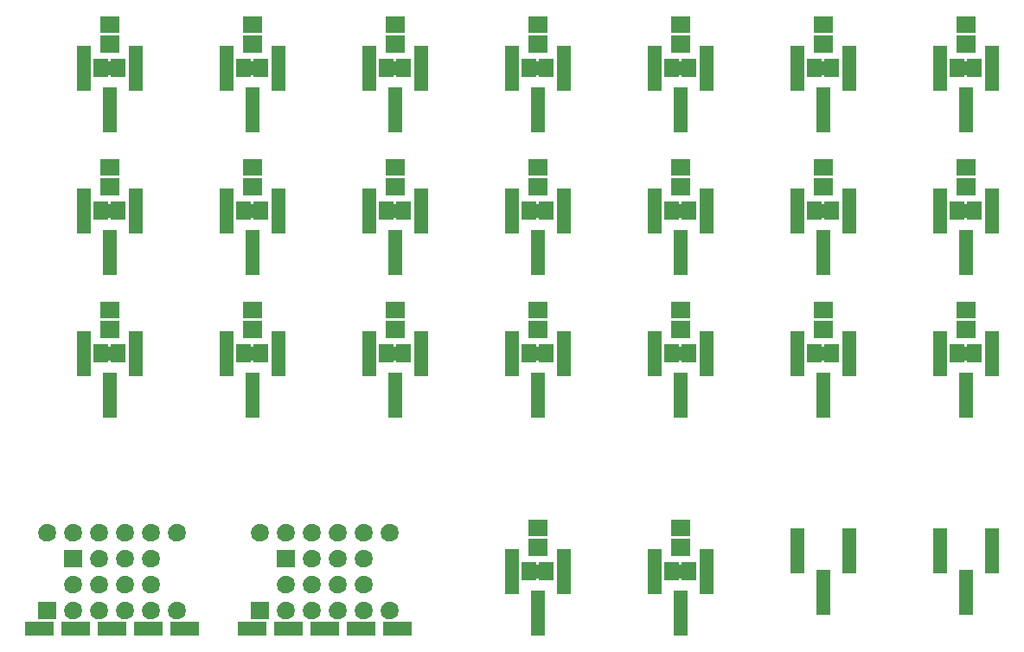
<source format=gts>
G04 (created by PCBNEW (2013-07-07 BZR 4022)-stable) date 2/6/2014 2:53:51 PM*
%MOIN*%
G04 Gerber Fmt 3.4, Leading zero omitted, Abs format*
%FSLAX34Y34*%
G01*
G70*
G90*
G04 APERTURE LIST*
%ADD10C,0.007*%
G04 APERTURE END LIST*
G54D10*
G36*
X1343Y142D02*
X813Y142D01*
X800Y142D01*
X799Y142D01*
X786Y142D01*
X256Y142D01*
X256Y657D01*
X786Y657D01*
X799Y657D01*
X800Y657D01*
X813Y657D01*
X1343Y657D01*
X1343Y142D01*
X1343Y142D01*
G37*
G36*
X1445Y4131D02*
X1444Y4058D01*
X1428Y3988D01*
X1402Y3930D01*
X1360Y3871D01*
X1315Y3828D01*
X1254Y3789D01*
X1195Y3766D01*
X1123Y3753D01*
X1061Y3755D01*
X990Y3770D01*
X933Y3795D01*
X872Y3837D01*
X829Y3882D01*
X790Y3943D01*
X767Y4001D01*
X754Y4073D01*
X754Y4135D01*
X770Y4207D01*
X794Y4264D01*
X836Y4325D01*
X880Y4368D01*
X942Y4408D01*
X999Y4431D01*
X1071Y4445D01*
X1133Y4445D01*
X1205Y4430D01*
X1262Y4406D01*
X1323Y4365D01*
X1366Y4321D01*
X1407Y4259D01*
X1431Y4203D01*
X1445Y4131D01*
X1445Y4131D01*
G37*
G36*
X1445Y754D02*
X754Y754D01*
X754Y1445D01*
X1445Y1445D01*
X1445Y754D01*
X1445Y754D01*
G37*
G36*
X2445Y4131D02*
X2444Y4058D01*
X2428Y3988D01*
X2402Y3930D01*
X2360Y3871D01*
X2315Y3828D01*
X2254Y3789D01*
X2195Y3766D01*
X2123Y3753D01*
X2061Y3755D01*
X1990Y3770D01*
X1933Y3795D01*
X1872Y3837D01*
X1829Y3882D01*
X1790Y3943D01*
X1767Y4001D01*
X1754Y4073D01*
X1754Y4135D01*
X1770Y4207D01*
X1794Y4264D01*
X1836Y4325D01*
X1880Y4368D01*
X1942Y4408D01*
X1999Y4431D01*
X2071Y4445D01*
X2133Y4445D01*
X2205Y4430D01*
X2262Y4406D01*
X2323Y4365D01*
X2366Y4321D01*
X2407Y4259D01*
X2431Y4203D01*
X2445Y4131D01*
X2445Y4131D01*
G37*
G36*
X2445Y2131D02*
X2444Y2058D01*
X2428Y1988D01*
X2402Y1930D01*
X2360Y1871D01*
X2315Y1828D01*
X2254Y1789D01*
X2195Y1766D01*
X2123Y1753D01*
X2061Y1755D01*
X1990Y1770D01*
X1933Y1795D01*
X1872Y1837D01*
X1829Y1882D01*
X1790Y1943D01*
X1767Y2001D01*
X1754Y2073D01*
X1754Y2135D01*
X1770Y2207D01*
X1794Y2264D01*
X1836Y2325D01*
X1880Y2368D01*
X1942Y2408D01*
X1999Y2431D01*
X2071Y2445D01*
X2133Y2445D01*
X2205Y2430D01*
X2262Y2406D01*
X2323Y2365D01*
X2366Y2321D01*
X2407Y2259D01*
X2431Y2203D01*
X2445Y2131D01*
X2445Y2131D01*
G37*
G36*
X2445Y1131D02*
X2444Y1058D01*
X2428Y988D01*
X2402Y930D01*
X2360Y871D01*
X2315Y828D01*
X2254Y789D01*
X2195Y766D01*
X2123Y753D01*
X2061Y755D01*
X1990Y770D01*
X1933Y795D01*
X1872Y837D01*
X1829Y882D01*
X1790Y943D01*
X1767Y1001D01*
X1754Y1073D01*
X1754Y1135D01*
X1770Y1207D01*
X1794Y1264D01*
X1836Y1325D01*
X1880Y1368D01*
X1942Y1408D01*
X1999Y1431D01*
X2071Y1445D01*
X2133Y1445D01*
X2205Y1430D01*
X2262Y1406D01*
X2323Y1365D01*
X2366Y1321D01*
X2407Y1259D01*
X2431Y1203D01*
X2445Y1131D01*
X2445Y1131D01*
G37*
G36*
X2445Y2754D02*
X1754Y2754D01*
X1754Y3445D01*
X2445Y3445D01*
X2445Y2754D01*
X2445Y2754D01*
G37*
G36*
X2743Y142D02*
X2213Y142D01*
X2200Y142D01*
X2199Y142D01*
X2186Y142D01*
X1656Y142D01*
X1656Y657D01*
X2186Y657D01*
X2199Y657D01*
X2200Y657D01*
X2213Y657D01*
X2743Y657D01*
X2743Y142D01*
X2743Y142D01*
G37*
G36*
X2765Y21129D02*
X2234Y21129D01*
X2234Y22870D01*
X2765Y22870D01*
X2765Y21129D01*
X2765Y21129D01*
G37*
G36*
X2765Y15629D02*
X2234Y15629D01*
X2234Y17370D01*
X2765Y17370D01*
X2765Y15629D01*
X2765Y15629D01*
G37*
G36*
X2765Y10129D02*
X2234Y10129D01*
X2234Y11870D01*
X2765Y11870D01*
X2765Y10129D01*
X2765Y10129D01*
G37*
G36*
X3445Y4131D02*
X3444Y4058D01*
X3428Y3988D01*
X3402Y3930D01*
X3360Y3871D01*
X3315Y3828D01*
X3254Y3789D01*
X3195Y3766D01*
X3123Y3753D01*
X3061Y3755D01*
X2990Y3770D01*
X2933Y3795D01*
X2872Y3837D01*
X2829Y3882D01*
X2790Y3943D01*
X2767Y4001D01*
X2754Y4073D01*
X2754Y4135D01*
X2770Y4207D01*
X2794Y4264D01*
X2836Y4325D01*
X2880Y4368D01*
X2942Y4408D01*
X2999Y4431D01*
X3071Y4445D01*
X3133Y4445D01*
X3205Y4430D01*
X3262Y4406D01*
X3323Y4365D01*
X3366Y4321D01*
X3407Y4259D01*
X3431Y4203D01*
X3445Y4131D01*
X3445Y4131D01*
G37*
G36*
X3445Y3131D02*
X3444Y3058D01*
X3428Y2988D01*
X3402Y2930D01*
X3360Y2871D01*
X3315Y2828D01*
X3254Y2789D01*
X3195Y2766D01*
X3123Y2753D01*
X3061Y2755D01*
X2990Y2770D01*
X2933Y2795D01*
X2872Y2837D01*
X2829Y2882D01*
X2790Y2943D01*
X2767Y3001D01*
X2754Y3073D01*
X2754Y3135D01*
X2770Y3207D01*
X2794Y3264D01*
X2836Y3325D01*
X2880Y3368D01*
X2942Y3408D01*
X2999Y3431D01*
X3071Y3445D01*
X3133Y3445D01*
X3205Y3430D01*
X3262Y3406D01*
X3323Y3365D01*
X3366Y3321D01*
X3407Y3259D01*
X3431Y3203D01*
X3445Y3131D01*
X3445Y3131D01*
G37*
G36*
X3445Y2131D02*
X3444Y2058D01*
X3428Y1988D01*
X3402Y1930D01*
X3360Y1871D01*
X3315Y1828D01*
X3254Y1789D01*
X3195Y1766D01*
X3123Y1753D01*
X3061Y1755D01*
X2990Y1770D01*
X2933Y1795D01*
X2872Y1837D01*
X2829Y1882D01*
X2790Y1943D01*
X2767Y2001D01*
X2754Y2073D01*
X2754Y2135D01*
X2770Y2207D01*
X2794Y2264D01*
X2836Y2325D01*
X2880Y2368D01*
X2942Y2408D01*
X2999Y2431D01*
X3071Y2445D01*
X3133Y2445D01*
X3205Y2430D01*
X3262Y2406D01*
X3323Y2365D01*
X3366Y2321D01*
X3407Y2259D01*
X3431Y2203D01*
X3445Y2131D01*
X3445Y2131D01*
G37*
G36*
X3445Y1131D02*
X3444Y1058D01*
X3428Y988D01*
X3402Y930D01*
X3360Y871D01*
X3315Y828D01*
X3254Y789D01*
X3195Y766D01*
X3123Y753D01*
X3061Y755D01*
X2990Y770D01*
X2933Y795D01*
X2872Y837D01*
X2829Y882D01*
X2790Y943D01*
X2767Y1001D01*
X2754Y1073D01*
X2754Y1135D01*
X2770Y1207D01*
X2794Y1264D01*
X2836Y1325D01*
X2880Y1368D01*
X2942Y1408D01*
X2999Y1431D01*
X3071Y1445D01*
X3133Y1445D01*
X3205Y1430D01*
X3262Y1406D01*
X3323Y1365D01*
X3366Y1321D01*
X3407Y1259D01*
X3431Y1203D01*
X3445Y1131D01*
X3445Y1131D01*
G37*
G36*
X3765Y19529D02*
X3234Y19529D01*
X3234Y21270D01*
X3765Y21270D01*
X3765Y19529D01*
X3765Y19529D01*
G37*
G36*
X3765Y14029D02*
X3234Y14029D01*
X3234Y15770D01*
X3765Y15770D01*
X3765Y14029D01*
X3765Y14029D01*
G37*
G36*
X3765Y8529D02*
X3234Y8529D01*
X3234Y10270D01*
X3765Y10270D01*
X3765Y8529D01*
X3765Y8529D01*
G37*
G36*
X3865Y23348D02*
X3134Y23348D01*
X3134Y24001D01*
X3865Y24001D01*
X3865Y23348D01*
X3865Y23348D01*
G37*
G36*
X3865Y22598D02*
X3134Y22598D01*
X3134Y23251D01*
X3865Y23251D01*
X3865Y22598D01*
X3865Y22598D01*
G37*
G36*
X3865Y17848D02*
X3134Y17848D01*
X3134Y18501D01*
X3865Y18501D01*
X3865Y17848D01*
X3865Y17848D01*
G37*
G36*
X3865Y17098D02*
X3134Y17098D01*
X3134Y17751D01*
X3865Y17751D01*
X3865Y17098D01*
X3865Y17098D01*
G37*
G36*
X3865Y12348D02*
X3134Y12348D01*
X3134Y13001D01*
X3865Y13001D01*
X3865Y12348D01*
X3865Y12348D01*
G37*
G36*
X3865Y11598D02*
X3134Y11598D01*
X3134Y12251D01*
X3865Y12251D01*
X3865Y11598D01*
X3865Y11598D01*
G37*
G36*
X4131Y21653D02*
X3557Y21653D01*
X3557Y21701D01*
X3557Y21714D01*
X3552Y21727D01*
X3542Y21737D01*
X3529Y21742D01*
X3516Y21742D01*
X3513Y21742D01*
X3500Y21742D01*
X3499Y21742D01*
X3486Y21742D01*
X3483Y21742D01*
X3470Y21742D01*
X3457Y21737D01*
X3447Y21727D01*
X3442Y21714D01*
X3442Y21701D01*
X3442Y21653D01*
X2868Y21653D01*
X2868Y22346D01*
X3442Y22346D01*
X3442Y22298D01*
X3442Y22285D01*
X3447Y22272D01*
X3457Y22262D01*
X3470Y22257D01*
X3483Y22257D01*
X3486Y22257D01*
X3499Y22257D01*
X3500Y22257D01*
X3513Y22257D01*
X3516Y22257D01*
X3529Y22257D01*
X3542Y22262D01*
X3552Y22272D01*
X3557Y22285D01*
X3557Y22298D01*
X3557Y22346D01*
X4131Y22346D01*
X4131Y21653D01*
X4131Y21653D01*
G37*
G36*
X4131Y16153D02*
X3557Y16153D01*
X3557Y16201D01*
X3557Y16214D01*
X3552Y16227D01*
X3542Y16237D01*
X3529Y16242D01*
X3516Y16242D01*
X3513Y16242D01*
X3500Y16242D01*
X3499Y16242D01*
X3486Y16242D01*
X3483Y16242D01*
X3470Y16242D01*
X3457Y16237D01*
X3447Y16227D01*
X3442Y16214D01*
X3442Y16201D01*
X3442Y16153D01*
X2868Y16153D01*
X2868Y16846D01*
X3442Y16846D01*
X3442Y16798D01*
X3442Y16785D01*
X3447Y16772D01*
X3457Y16762D01*
X3470Y16757D01*
X3483Y16757D01*
X3486Y16757D01*
X3499Y16757D01*
X3500Y16757D01*
X3513Y16757D01*
X3516Y16757D01*
X3529Y16757D01*
X3542Y16762D01*
X3552Y16772D01*
X3557Y16785D01*
X3557Y16798D01*
X3557Y16846D01*
X4131Y16846D01*
X4131Y16153D01*
X4131Y16153D01*
G37*
G36*
X4131Y10653D02*
X3557Y10653D01*
X3557Y10701D01*
X3557Y10714D01*
X3552Y10727D01*
X3542Y10737D01*
X3529Y10742D01*
X3516Y10742D01*
X3513Y10742D01*
X3500Y10742D01*
X3499Y10742D01*
X3486Y10742D01*
X3483Y10742D01*
X3470Y10742D01*
X3457Y10737D01*
X3447Y10727D01*
X3442Y10714D01*
X3442Y10701D01*
X3442Y10653D01*
X2868Y10653D01*
X2868Y11346D01*
X3442Y11346D01*
X3442Y11298D01*
X3442Y11285D01*
X3447Y11272D01*
X3457Y11262D01*
X3470Y11257D01*
X3483Y11257D01*
X3486Y11257D01*
X3499Y11257D01*
X3500Y11257D01*
X3513Y11257D01*
X3516Y11257D01*
X3529Y11257D01*
X3542Y11262D01*
X3552Y11272D01*
X3557Y11285D01*
X3557Y11298D01*
X3557Y11346D01*
X4131Y11346D01*
X4131Y10653D01*
X4131Y10653D01*
G37*
G36*
X4143Y142D02*
X3613Y142D01*
X3600Y142D01*
X3599Y142D01*
X3586Y142D01*
X3056Y142D01*
X3056Y657D01*
X3586Y657D01*
X3599Y657D01*
X3600Y657D01*
X3613Y657D01*
X4143Y657D01*
X4143Y142D01*
X4143Y142D01*
G37*
G36*
X4445Y4131D02*
X4444Y4058D01*
X4428Y3988D01*
X4402Y3930D01*
X4360Y3871D01*
X4315Y3828D01*
X4254Y3789D01*
X4195Y3766D01*
X4123Y3753D01*
X4061Y3755D01*
X3990Y3770D01*
X3933Y3795D01*
X3872Y3837D01*
X3829Y3882D01*
X3790Y3943D01*
X3767Y4001D01*
X3754Y4073D01*
X3754Y4135D01*
X3770Y4207D01*
X3794Y4264D01*
X3836Y4325D01*
X3880Y4368D01*
X3942Y4408D01*
X3999Y4431D01*
X4071Y4445D01*
X4133Y4445D01*
X4205Y4430D01*
X4262Y4406D01*
X4323Y4365D01*
X4366Y4321D01*
X4407Y4259D01*
X4431Y4203D01*
X4445Y4131D01*
X4445Y4131D01*
G37*
G36*
X4445Y3131D02*
X4444Y3058D01*
X4428Y2988D01*
X4402Y2930D01*
X4360Y2871D01*
X4315Y2828D01*
X4254Y2789D01*
X4195Y2766D01*
X4123Y2753D01*
X4061Y2755D01*
X3990Y2770D01*
X3933Y2795D01*
X3872Y2837D01*
X3829Y2882D01*
X3790Y2943D01*
X3767Y3001D01*
X3754Y3073D01*
X3754Y3135D01*
X3770Y3207D01*
X3794Y3264D01*
X3836Y3325D01*
X3880Y3368D01*
X3942Y3408D01*
X3999Y3431D01*
X4071Y3445D01*
X4133Y3445D01*
X4205Y3430D01*
X4262Y3406D01*
X4323Y3365D01*
X4366Y3321D01*
X4407Y3259D01*
X4431Y3203D01*
X4445Y3131D01*
X4445Y3131D01*
G37*
G36*
X4445Y2131D02*
X4444Y2058D01*
X4428Y1988D01*
X4402Y1930D01*
X4360Y1871D01*
X4315Y1828D01*
X4254Y1789D01*
X4195Y1766D01*
X4123Y1753D01*
X4061Y1755D01*
X3990Y1770D01*
X3933Y1795D01*
X3872Y1837D01*
X3829Y1882D01*
X3790Y1943D01*
X3767Y2001D01*
X3754Y2073D01*
X3754Y2135D01*
X3770Y2207D01*
X3794Y2264D01*
X3836Y2325D01*
X3880Y2368D01*
X3942Y2408D01*
X3999Y2431D01*
X4071Y2445D01*
X4133Y2445D01*
X4205Y2430D01*
X4262Y2406D01*
X4323Y2365D01*
X4366Y2321D01*
X4407Y2259D01*
X4431Y2203D01*
X4445Y2131D01*
X4445Y2131D01*
G37*
G36*
X4445Y1131D02*
X4444Y1058D01*
X4428Y988D01*
X4402Y930D01*
X4360Y871D01*
X4315Y828D01*
X4254Y789D01*
X4195Y766D01*
X4123Y753D01*
X4061Y755D01*
X3990Y770D01*
X3933Y795D01*
X3872Y837D01*
X3829Y882D01*
X3790Y943D01*
X3767Y1001D01*
X3754Y1073D01*
X3754Y1135D01*
X3770Y1207D01*
X3794Y1264D01*
X3836Y1325D01*
X3880Y1368D01*
X3942Y1408D01*
X3999Y1431D01*
X4071Y1445D01*
X4133Y1445D01*
X4205Y1430D01*
X4262Y1406D01*
X4323Y1365D01*
X4366Y1321D01*
X4407Y1259D01*
X4431Y1203D01*
X4445Y1131D01*
X4445Y1131D01*
G37*
G36*
X4765Y21129D02*
X4234Y21129D01*
X4234Y22870D01*
X4765Y22870D01*
X4765Y21129D01*
X4765Y21129D01*
G37*
G36*
X4765Y15629D02*
X4234Y15629D01*
X4234Y17370D01*
X4765Y17370D01*
X4765Y15629D01*
X4765Y15629D01*
G37*
G36*
X4765Y10129D02*
X4234Y10129D01*
X4234Y11870D01*
X4765Y11870D01*
X4765Y10129D01*
X4765Y10129D01*
G37*
G36*
X5445Y4131D02*
X5444Y4058D01*
X5428Y3988D01*
X5402Y3930D01*
X5360Y3871D01*
X5315Y3828D01*
X5254Y3789D01*
X5195Y3766D01*
X5123Y3753D01*
X5061Y3755D01*
X4990Y3770D01*
X4933Y3795D01*
X4872Y3837D01*
X4829Y3882D01*
X4790Y3943D01*
X4767Y4001D01*
X4754Y4073D01*
X4754Y4135D01*
X4770Y4207D01*
X4794Y4264D01*
X4836Y4325D01*
X4880Y4368D01*
X4942Y4408D01*
X4999Y4431D01*
X5071Y4445D01*
X5133Y4445D01*
X5205Y4430D01*
X5262Y4406D01*
X5323Y4365D01*
X5366Y4321D01*
X5407Y4259D01*
X5431Y4203D01*
X5445Y4131D01*
X5445Y4131D01*
G37*
G36*
X5445Y3131D02*
X5444Y3058D01*
X5428Y2988D01*
X5402Y2930D01*
X5360Y2871D01*
X5315Y2828D01*
X5254Y2789D01*
X5195Y2766D01*
X5123Y2753D01*
X5061Y2755D01*
X4990Y2770D01*
X4933Y2795D01*
X4872Y2837D01*
X4829Y2882D01*
X4790Y2943D01*
X4767Y3001D01*
X4754Y3073D01*
X4754Y3135D01*
X4770Y3207D01*
X4794Y3264D01*
X4836Y3325D01*
X4880Y3368D01*
X4942Y3408D01*
X4999Y3431D01*
X5071Y3445D01*
X5133Y3445D01*
X5205Y3430D01*
X5262Y3406D01*
X5323Y3365D01*
X5366Y3321D01*
X5407Y3259D01*
X5431Y3203D01*
X5445Y3131D01*
X5445Y3131D01*
G37*
G36*
X5445Y2131D02*
X5444Y2058D01*
X5428Y1988D01*
X5402Y1930D01*
X5360Y1871D01*
X5315Y1828D01*
X5254Y1789D01*
X5195Y1766D01*
X5123Y1753D01*
X5061Y1755D01*
X4990Y1770D01*
X4933Y1795D01*
X4872Y1837D01*
X4829Y1882D01*
X4790Y1943D01*
X4767Y2001D01*
X4754Y2073D01*
X4754Y2135D01*
X4770Y2207D01*
X4794Y2264D01*
X4836Y2325D01*
X4880Y2368D01*
X4942Y2408D01*
X4999Y2431D01*
X5071Y2445D01*
X5133Y2445D01*
X5205Y2430D01*
X5262Y2406D01*
X5323Y2365D01*
X5366Y2321D01*
X5407Y2259D01*
X5431Y2203D01*
X5445Y2131D01*
X5445Y2131D01*
G37*
G36*
X5445Y1131D02*
X5444Y1058D01*
X5428Y988D01*
X5402Y930D01*
X5360Y871D01*
X5315Y828D01*
X5254Y789D01*
X5195Y766D01*
X5123Y753D01*
X5061Y755D01*
X4990Y770D01*
X4933Y795D01*
X4872Y837D01*
X4829Y882D01*
X4790Y943D01*
X4767Y1001D01*
X4754Y1073D01*
X4754Y1135D01*
X4770Y1207D01*
X4794Y1264D01*
X4836Y1325D01*
X4880Y1368D01*
X4942Y1408D01*
X4999Y1431D01*
X5071Y1445D01*
X5133Y1445D01*
X5205Y1430D01*
X5262Y1406D01*
X5323Y1365D01*
X5366Y1321D01*
X5407Y1259D01*
X5431Y1203D01*
X5445Y1131D01*
X5445Y1131D01*
G37*
G36*
X5543Y142D02*
X5013Y142D01*
X5000Y142D01*
X4999Y142D01*
X4986Y142D01*
X4456Y142D01*
X4456Y657D01*
X4986Y657D01*
X4999Y657D01*
X5000Y657D01*
X5013Y657D01*
X5543Y657D01*
X5543Y142D01*
X5543Y142D01*
G37*
G36*
X6445Y4131D02*
X6444Y4058D01*
X6428Y3988D01*
X6402Y3930D01*
X6360Y3871D01*
X6315Y3828D01*
X6254Y3789D01*
X6195Y3766D01*
X6123Y3753D01*
X6061Y3755D01*
X5990Y3770D01*
X5933Y3795D01*
X5872Y3837D01*
X5829Y3882D01*
X5790Y3943D01*
X5767Y4001D01*
X5754Y4073D01*
X5754Y4135D01*
X5770Y4207D01*
X5794Y4264D01*
X5836Y4325D01*
X5880Y4368D01*
X5942Y4408D01*
X5999Y4431D01*
X6071Y4445D01*
X6133Y4445D01*
X6205Y4430D01*
X6262Y4406D01*
X6323Y4365D01*
X6366Y4321D01*
X6407Y4259D01*
X6431Y4203D01*
X6445Y4131D01*
X6445Y4131D01*
G37*
G36*
X6445Y1131D02*
X6444Y1058D01*
X6428Y988D01*
X6402Y930D01*
X6360Y871D01*
X6315Y828D01*
X6254Y789D01*
X6195Y766D01*
X6123Y753D01*
X6061Y755D01*
X5990Y770D01*
X5933Y795D01*
X5872Y837D01*
X5829Y882D01*
X5790Y943D01*
X5767Y1001D01*
X5754Y1073D01*
X5754Y1135D01*
X5770Y1207D01*
X5794Y1264D01*
X5836Y1325D01*
X5880Y1368D01*
X5942Y1408D01*
X5999Y1431D01*
X6071Y1445D01*
X6133Y1445D01*
X6205Y1430D01*
X6262Y1406D01*
X6323Y1365D01*
X6366Y1321D01*
X6407Y1259D01*
X6431Y1203D01*
X6445Y1131D01*
X6445Y1131D01*
G37*
G36*
X6943Y142D02*
X6413Y142D01*
X6400Y142D01*
X6399Y142D01*
X6386Y142D01*
X5856Y142D01*
X5856Y657D01*
X6386Y657D01*
X6399Y657D01*
X6400Y657D01*
X6413Y657D01*
X6943Y657D01*
X6943Y142D01*
X6943Y142D01*
G37*
G36*
X8265Y21129D02*
X7734Y21129D01*
X7734Y22870D01*
X8265Y22870D01*
X8265Y21129D01*
X8265Y21129D01*
G37*
G36*
X8265Y15629D02*
X7734Y15629D01*
X7734Y17370D01*
X8265Y17370D01*
X8265Y15629D01*
X8265Y15629D01*
G37*
G36*
X8265Y10129D02*
X7734Y10129D01*
X7734Y11870D01*
X8265Y11870D01*
X8265Y10129D01*
X8265Y10129D01*
G37*
G36*
X9265Y19529D02*
X8734Y19529D01*
X8734Y21270D01*
X9265Y21270D01*
X9265Y19529D01*
X9265Y19529D01*
G37*
G36*
X9265Y14029D02*
X8734Y14029D01*
X8734Y15770D01*
X9265Y15770D01*
X9265Y14029D01*
X9265Y14029D01*
G37*
G36*
X9265Y8529D02*
X8734Y8529D01*
X8734Y10270D01*
X9265Y10270D01*
X9265Y8529D01*
X9265Y8529D01*
G37*
G36*
X9365Y23348D02*
X8634Y23348D01*
X8634Y24001D01*
X9365Y24001D01*
X9365Y23348D01*
X9365Y23348D01*
G37*
G36*
X9365Y22598D02*
X8634Y22598D01*
X8634Y23251D01*
X9365Y23251D01*
X9365Y22598D01*
X9365Y22598D01*
G37*
G36*
X9365Y17848D02*
X8634Y17848D01*
X8634Y18501D01*
X9365Y18501D01*
X9365Y17848D01*
X9365Y17848D01*
G37*
G36*
X9365Y17098D02*
X8634Y17098D01*
X8634Y17751D01*
X9365Y17751D01*
X9365Y17098D01*
X9365Y17098D01*
G37*
G36*
X9365Y12348D02*
X8634Y12348D01*
X8634Y13001D01*
X9365Y13001D01*
X9365Y12348D01*
X9365Y12348D01*
G37*
G36*
X9365Y11598D02*
X8634Y11598D01*
X8634Y12251D01*
X9365Y12251D01*
X9365Y11598D01*
X9365Y11598D01*
G37*
G36*
X9543Y142D02*
X9013Y142D01*
X9000Y142D01*
X8999Y142D01*
X8986Y142D01*
X8456Y142D01*
X8456Y657D01*
X8986Y657D01*
X8999Y657D01*
X9000Y657D01*
X9013Y657D01*
X9543Y657D01*
X9543Y142D01*
X9543Y142D01*
G37*
G36*
X9631Y21653D02*
X9057Y21653D01*
X9057Y21701D01*
X9057Y21714D01*
X9052Y21727D01*
X9042Y21737D01*
X9029Y21742D01*
X9016Y21742D01*
X9013Y21742D01*
X9000Y21742D01*
X8999Y21742D01*
X8986Y21742D01*
X8983Y21742D01*
X8970Y21742D01*
X8957Y21737D01*
X8947Y21727D01*
X8942Y21714D01*
X8942Y21701D01*
X8942Y21653D01*
X8368Y21653D01*
X8368Y22346D01*
X8942Y22346D01*
X8942Y22298D01*
X8942Y22285D01*
X8947Y22272D01*
X8957Y22262D01*
X8970Y22257D01*
X8983Y22257D01*
X8986Y22257D01*
X8999Y22257D01*
X9000Y22257D01*
X9013Y22257D01*
X9016Y22257D01*
X9029Y22257D01*
X9042Y22262D01*
X9052Y22272D01*
X9057Y22285D01*
X9057Y22298D01*
X9057Y22346D01*
X9631Y22346D01*
X9631Y21653D01*
X9631Y21653D01*
G37*
G36*
X9631Y16153D02*
X9057Y16153D01*
X9057Y16201D01*
X9057Y16214D01*
X9052Y16227D01*
X9042Y16237D01*
X9029Y16242D01*
X9016Y16242D01*
X9013Y16242D01*
X9000Y16242D01*
X8999Y16242D01*
X8986Y16242D01*
X8983Y16242D01*
X8970Y16242D01*
X8957Y16237D01*
X8947Y16227D01*
X8942Y16214D01*
X8942Y16201D01*
X8942Y16153D01*
X8368Y16153D01*
X8368Y16846D01*
X8942Y16846D01*
X8942Y16798D01*
X8942Y16785D01*
X8947Y16772D01*
X8957Y16762D01*
X8970Y16757D01*
X8983Y16757D01*
X8986Y16757D01*
X8999Y16757D01*
X9000Y16757D01*
X9013Y16757D01*
X9016Y16757D01*
X9029Y16757D01*
X9042Y16762D01*
X9052Y16772D01*
X9057Y16785D01*
X9057Y16798D01*
X9057Y16846D01*
X9631Y16846D01*
X9631Y16153D01*
X9631Y16153D01*
G37*
G36*
X9631Y10653D02*
X9057Y10653D01*
X9057Y10701D01*
X9057Y10714D01*
X9052Y10727D01*
X9042Y10737D01*
X9029Y10742D01*
X9016Y10742D01*
X9013Y10742D01*
X9000Y10742D01*
X8999Y10742D01*
X8986Y10742D01*
X8983Y10742D01*
X8970Y10742D01*
X8957Y10737D01*
X8947Y10727D01*
X8942Y10714D01*
X8942Y10701D01*
X8942Y10653D01*
X8368Y10653D01*
X8368Y11346D01*
X8942Y11346D01*
X8942Y11298D01*
X8942Y11285D01*
X8947Y11272D01*
X8957Y11262D01*
X8970Y11257D01*
X8983Y11257D01*
X8986Y11257D01*
X8999Y11257D01*
X9000Y11257D01*
X9013Y11257D01*
X9016Y11257D01*
X9029Y11257D01*
X9042Y11262D01*
X9052Y11272D01*
X9057Y11285D01*
X9057Y11298D01*
X9057Y11346D01*
X9631Y11346D01*
X9631Y10653D01*
X9631Y10653D01*
G37*
G36*
X9645Y4131D02*
X9644Y4058D01*
X9628Y3988D01*
X9602Y3930D01*
X9560Y3871D01*
X9515Y3828D01*
X9454Y3789D01*
X9395Y3766D01*
X9323Y3753D01*
X9261Y3755D01*
X9190Y3770D01*
X9133Y3795D01*
X9072Y3837D01*
X9029Y3882D01*
X8990Y3943D01*
X8967Y4001D01*
X8954Y4073D01*
X8954Y4135D01*
X8970Y4207D01*
X8994Y4264D01*
X9036Y4325D01*
X9080Y4368D01*
X9142Y4408D01*
X9199Y4431D01*
X9271Y4445D01*
X9333Y4445D01*
X9405Y4430D01*
X9462Y4406D01*
X9523Y4365D01*
X9566Y4321D01*
X9607Y4259D01*
X9631Y4203D01*
X9645Y4131D01*
X9645Y4131D01*
G37*
G36*
X9645Y754D02*
X8954Y754D01*
X8954Y1445D01*
X9645Y1445D01*
X9645Y754D01*
X9645Y754D01*
G37*
G36*
X10265Y21129D02*
X9734Y21129D01*
X9734Y22870D01*
X10265Y22870D01*
X10265Y21129D01*
X10265Y21129D01*
G37*
G36*
X10265Y15629D02*
X9734Y15629D01*
X9734Y17370D01*
X10265Y17370D01*
X10265Y15629D01*
X10265Y15629D01*
G37*
G36*
X10265Y10129D02*
X9734Y10129D01*
X9734Y11870D01*
X10265Y11870D01*
X10265Y10129D01*
X10265Y10129D01*
G37*
G36*
X10645Y4131D02*
X10644Y4058D01*
X10628Y3988D01*
X10602Y3930D01*
X10560Y3871D01*
X10515Y3828D01*
X10454Y3789D01*
X10395Y3766D01*
X10323Y3753D01*
X10261Y3755D01*
X10190Y3770D01*
X10133Y3795D01*
X10072Y3837D01*
X10029Y3882D01*
X9990Y3943D01*
X9967Y4001D01*
X9954Y4073D01*
X9954Y4135D01*
X9970Y4207D01*
X9994Y4264D01*
X10036Y4325D01*
X10080Y4368D01*
X10142Y4408D01*
X10199Y4431D01*
X10271Y4445D01*
X10333Y4445D01*
X10405Y4430D01*
X10462Y4406D01*
X10523Y4365D01*
X10566Y4321D01*
X10607Y4259D01*
X10631Y4203D01*
X10645Y4131D01*
X10645Y4131D01*
G37*
G36*
X10645Y2131D02*
X10644Y2058D01*
X10628Y1988D01*
X10602Y1930D01*
X10560Y1871D01*
X10515Y1828D01*
X10454Y1789D01*
X10395Y1766D01*
X10323Y1753D01*
X10261Y1755D01*
X10190Y1770D01*
X10133Y1795D01*
X10072Y1837D01*
X10029Y1882D01*
X9990Y1943D01*
X9967Y2001D01*
X9954Y2073D01*
X9954Y2135D01*
X9970Y2207D01*
X9994Y2264D01*
X10036Y2325D01*
X10080Y2368D01*
X10142Y2408D01*
X10199Y2431D01*
X10271Y2445D01*
X10333Y2445D01*
X10405Y2430D01*
X10462Y2406D01*
X10523Y2365D01*
X10566Y2321D01*
X10607Y2259D01*
X10631Y2203D01*
X10645Y2131D01*
X10645Y2131D01*
G37*
G36*
X10645Y1131D02*
X10644Y1058D01*
X10628Y988D01*
X10602Y930D01*
X10560Y871D01*
X10515Y828D01*
X10454Y789D01*
X10395Y766D01*
X10323Y753D01*
X10261Y755D01*
X10190Y770D01*
X10133Y795D01*
X10072Y837D01*
X10029Y882D01*
X9990Y943D01*
X9967Y1001D01*
X9954Y1073D01*
X9954Y1135D01*
X9970Y1207D01*
X9994Y1264D01*
X10036Y1325D01*
X10080Y1368D01*
X10142Y1408D01*
X10199Y1431D01*
X10271Y1445D01*
X10333Y1445D01*
X10405Y1430D01*
X10462Y1406D01*
X10523Y1365D01*
X10566Y1321D01*
X10607Y1259D01*
X10631Y1203D01*
X10645Y1131D01*
X10645Y1131D01*
G37*
G36*
X10645Y2754D02*
X9954Y2754D01*
X9954Y3445D01*
X10645Y3445D01*
X10645Y2754D01*
X10645Y2754D01*
G37*
G36*
X10943Y142D02*
X10413Y142D01*
X10400Y142D01*
X10399Y142D01*
X10386Y142D01*
X9856Y142D01*
X9856Y657D01*
X10386Y657D01*
X10399Y657D01*
X10400Y657D01*
X10413Y657D01*
X10943Y657D01*
X10943Y142D01*
X10943Y142D01*
G37*
G36*
X11645Y4131D02*
X11644Y4058D01*
X11628Y3988D01*
X11602Y3930D01*
X11560Y3871D01*
X11515Y3828D01*
X11454Y3789D01*
X11395Y3766D01*
X11323Y3753D01*
X11261Y3755D01*
X11190Y3770D01*
X11133Y3795D01*
X11072Y3837D01*
X11029Y3882D01*
X10990Y3943D01*
X10967Y4001D01*
X10954Y4073D01*
X10954Y4135D01*
X10970Y4207D01*
X10994Y4264D01*
X11036Y4325D01*
X11080Y4368D01*
X11142Y4408D01*
X11199Y4431D01*
X11271Y4445D01*
X11333Y4445D01*
X11405Y4430D01*
X11462Y4406D01*
X11523Y4365D01*
X11566Y4321D01*
X11607Y4259D01*
X11631Y4203D01*
X11645Y4131D01*
X11645Y4131D01*
G37*
G36*
X11645Y3131D02*
X11644Y3058D01*
X11628Y2988D01*
X11602Y2930D01*
X11560Y2871D01*
X11515Y2828D01*
X11454Y2789D01*
X11395Y2766D01*
X11323Y2753D01*
X11261Y2755D01*
X11190Y2770D01*
X11133Y2795D01*
X11072Y2837D01*
X11029Y2882D01*
X10990Y2943D01*
X10967Y3001D01*
X10954Y3073D01*
X10954Y3135D01*
X10970Y3207D01*
X10994Y3264D01*
X11036Y3325D01*
X11080Y3368D01*
X11142Y3408D01*
X11199Y3431D01*
X11271Y3445D01*
X11333Y3445D01*
X11405Y3430D01*
X11462Y3406D01*
X11523Y3365D01*
X11566Y3321D01*
X11607Y3259D01*
X11631Y3203D01*
X11645Y3131D01*
X11645Y3131D01*
G37*
G36*
X11645Y2131D02*
X11644Y2058D01*
X11628Y1988D01*
X11602Y1930D01*
X11560Y1871D01*
X11515Y1828D01*
X11454Y1789D01*
X11395Y1766D01*
X11323Y1753D01*
X11261Y1755D01*
X11190Y1770D01*
X11133Y1795D01*
X11072Y1837D01*
X11029Y1882D01*
X10990Y1943D01*
X10967Y2001D01*
X10954Y2073D01*
X10954Y2135D01*
X10970Y2207D01*
X10994Y2264D01*
X11036Y2325D01*
X11080Y2368D01*
X11142Y2408D01*
X11199Y2431D01*
X11271Y2445D01*
X11333Y2445D01*
X11405Y2430D01*
X11462Y2406D01*
X11523Y2365D01*
X11566Y2321D01*
X11607Y2259D01*
X11631Y2203D01*
X11645Y2131D01*
X11645Y2131D01*
G37*
G36*
X11645Y1131D02*
X11644Y1058D01*
X11628Y988D01*
X11602Y930D01*
X11560Y871D01*
X11515Y828D01*
X11454Y789D01*
X11395Y766D01*
X11323Y753D01*
X11261Y755D01*
X11190Y770D01*
X11133Y795D01*
X11072Y837D01*
X11029Y882D01*
X10990Y943D01*
X10967Y1001D01*
X10954Y1073D01*
X10954Y1135D01*
X10970Y1207D01*
X10994Y1264D01*
X11036Y1325D01*
X11080Y1368D01*
X11142Y1408D01*
X11199Y1431D01*
X11271Y1445D01*
X11333Y1445D01*
X11405Y1430D01*
X11462Y1406D01*
X11523Y1365D01*
X11566Y1321D01*
X11607Y1259D01*
X11631Y1203D01*
X11645Y1131D01*
X11645Y1131D01*
G37*
G36*
X12343Y142D02*
X11813Y142D01*
X11800Y142D01*
X11799Y142D01*
X11786Y142D01*
X11256Y142D01*
X11256Y657D01*
X11786Y657D01*
X11799Y657D01*
X11800Y657D01*
X11813Y657D01*
X12343Y657D01*
X12343Y142D01*
X12343Y142D01*
G37*
G36*
X12645Y4131D02*
X12644Y4058D01*
X12628Y3988D01*
X12602Y3930D01*
X12560Y3871D01*
X12515Y3828D01*
X12454Y3789D01*
X12395Y3766D01*
X12323Y3753D01*
X12261Y3755D01*
X12190Y3770D01*
X12133Y3795D01*
X12072Y3837D01*
X12029Y3882D01*
X11990Y3943D01*
X11967Y4001D01*
X11954Y4073D01*
X11954Y4135D01*
X11970Y4207D01*
X11994Y4264D01*
X12036Y4325D01*
X12080Y4368D01*
X12142Y4408D01*
X12199Y4431D01*
X12271Y4445D01*
X12333Y4445D01*
X12405Y4430D01*
X12462Y4406D01*
X12523Y4365D01*
X12566Y4321D01*
X12607Y4259D01*
X12631Y4203D01*
X12645Y4131D01*
X12645Y4131D01*
G37*
G36*
X12645Y3131D02*
X12644Y3058D01*
X12628Y2988D01*
X12602Y2930D01*
X12560Y2871D01*
X12515Y2828D01*
X12454Y2789D01*
X12395Y2766D01*
X12323Y2753D01*
X12261Y2755D01*
X12190Y2770D01*
X12133Y2795D01*
X12072Y2837D01*
X12029Y2882D01*
X11990Y2943D01*
X11967Y3001D01*
X11954Y3073D01*
X11954Y3135D01*
X11970Y3207D01*
X11994Y3264D01*
X12036Y3325D01*
X12080Y3368D01*
X12142Y3408D01*
X12199Y3431D01*
X12271Y3445D01*
X12333Y3445D01*
X12405Y3430D01*
X12462Y3406D01*
X12523Y3365D01*
X12566Y3321D01*
X12607Y3259D01*
X12631Y3203D01*
X12645Y3131D01*
X12645Y3131D01*
G37*
G36*
X12645Y2131D02*
X12644Y2058D01*
X12628Y1988D01*
X12602Y1930D01*
X12560Y1871D01*
X12515Y1828D01*
X12454Y1789D01*
X12395Y1766D01*
X12323Y1753D01*
X12261Y1755D01*
X12190Y1770D01*
X12133Y1795D01*
X12072Y1837D01*
X12029Y1882D01*
X11990Y1943D01*
X11967Y2001D01*
X11954Y2073D01*
X11954Y2135D01*
X11970Y2207D01*
X11994Y2264D01*
X12036Y2325D01*
X12080Y2368D01*
X12142Y2408D01*
X12199Y2431D01*
X12271Y2445D01*
X12333Y2445D01*
X12405Y2430D01*
X12462Y2406D01*
X12523Y2365D01*
X12566Y2321D01*
X12607Y2259D01*
X12631Y2203D01*
X12645Y2131D01*
X12645Y2131D01*
G37*
G36*
X12645Y1131D02*
X12644Y1058D01*
X12628Y988D01*
X12602Y930D01*
X12560Y871D01*
X12515Y828D01*
X12454Y789D01*
X12395Y766D01*
X12323Y753D01*
X12261Y755D01*
X12190Y770D01*
X12133Y795D01*
X12072Y837D01*
X12029Y882D01*
X11990Y943D01*
X11967Y1001D01*
X11954Y1073D01*
X11954Y1135D01*
X11970Y1207D01*
X11994Y1264D01*
X12036Y1325D01*
X12080Y1368D01*
X12142Y1408D01*
X12199Y1431D01*
X12271Y1445D01*
X12333Y1445D01*
X12405Y1430D01*
X12462Y1406D01*
X12523Y1365D01*
X12566Y1321D01*
X12607Y1259D01*
X12631Y1203D01*
X12645Y1131D01*
X12645Y1131D01*
G37*
G36*
X13645Y4131D02*
X13644Y4058D01*
X13628Y3988D01*
X13602Y3930D01*
X13560Y3871D01*
X13515Y3828D01*
X13454Y3789D01*
X13395Y3766D01*
X13323Y3753D01*
X13261Y3755D01*
X13190Y3770D01*
X13133Y3795D01*
X13072Y3837D01*
X13029Y3882D01*
X12990Y3943D01*
X12967Y4001D01*
X12954Y4073D01*
X12954Y4135D01*
X12970Y4207D01*
X12994Y4264D01*
X13036Y4325D01*
X13080Y4368D01*
X13142Y4408D01*
X13199Y4431D01*
X13271Y4445D01*
X13333Y4445D01*
X13405Y4430D01*
X13462Y4406D01*
X13523Y4365D01*
X13566Y4321D01*
X13607Y4259D01*
X13631Y4203D01*
X13645Y4131D01*
X13645Y4131D01*
G37*
G36*
X13645Y3131D02*
X13644Y3058D01*
X13628Y2988D01*
X13602Y2930D01*
X13560Y2871D01*
X13515Y2828D01*
X13454Y2789D01*
X13395Y2766D01*
X13323Y2753D01*
X13261Y2755D01*
X13190Y2770D01*
X13133Y2795D01*
X13072Y2837D01*
X13029Y2882D01*
X12990Y2943D01*
X12967Y3001D01*
X12954Y3073D01*
X12954Y3135D01*
X12970Y3207D01*
X12994Y3264D01*
X13036Y3325D01*
X13080Y3368D01*
X13142Y3408D01*
X13199Y3431D01*
X13271Y3445D01*
X13333Y3445D01*
X13405Y3430D01*
X13462Y3406D01*
X13523Y3365D01*
X13566Y3321D01*
X13607Y3259D01*
X13631Y3203D01*
X13645Y3131D01*
X13645Y3131D01*
G37*
G36*
X13645Y2131D02*
X13644Y2058D01*
X13628Y1988D01*
X13602Y1930D01*
X13560Y1871D01*
X13515Y1828D01*
X13454Y1789D01*
X13395Y1766D01*
X13323Y1753D01*
X13261Y1755D01*
X13190Y1770D01*
X13133Y1795D01*
X13072Y1837D01*
X13029Y1882D01*
X12990Y1943D01*
X12967Y2001D01*
X12954Y2073D01*
X12954Y2135D01*
X12970Y2207D01*
X12994Y2264D01*
X13036Y2325D01*
X13080Y2368D01*
X13142Y2408D01*
X13199Y2431D01*
X13271Y2445D01*
X13333Y2445D01*
X13405Y2430D01*
X13462Y2406D01*
X13523Y2365D01*
X13566Y2321D01*
X13607Y2259D01*
X13631Y2203D01*
X13645Y2131D01*
X13645Y2131D01*
G37*
G36*
X13645Y1131D02*
X13644Y1058D01*
X13628Y988D01*
X13602Y930D01*
X13560Y871D01*
X13515Y828D01*
X13454Y789D01*
X13395Y766D01*
X13323Y753D01*
X13261Y755D01*
X13190Y770D01*
X13133Y795D01*
X13072Y837D01*
X13029Y882D01*
X12990Y943D01*
X12967Y1001D01*
X12954Y1073D01*
X12954Y1135D01*
X12970Y1207D01*
X12994Y1264D01*
X13036Y1325D01*
X13080Y1368D01*
X13142Y1408D01*
X13199Y1431D01*
X13271Y1445D01*
X13333Y1445D01*
X13405Y1430D01*
X13462Y1406D01*
X13523Y1365D01*
X13566Y1321D01*
X13607Y1259D01*
X13631Y1203D01*
X13645Y1131D01*
X13645Y1131D01*
G37*
G36*
X13743Y142D02*
X13213Y142D01*
X13200Y142D01*
X13199Y142D01*
X13186Y142D01*
X12656Y142D01*
X12656Y657D01*
X13186Y657D01*
X13199Y657D01*
X13200Y657D01*
X13213Y657D01*
X13743Y657D01*
X13743Y142D01*
X13743Y142D01*
G37*
G36*
X13765Y21129D02*
X13234Y21129D01*
X13234Y22870D01*
X13765Y22870D01*
X13765Y21129D01*
X13765Y21129D01*
G37*
G36*
X13765Y15629D02*
X13234Y15629D01*
X13234Y17370D01*
X13765Y17370D01*
X13765Y15629D01*
X13765Y15629D01*
G37*
G36*
X13765Y10129D02*
X13234Y10129D01*
X13234Y11870D01*
X13765Y11870D01*
X13765Y10129D01*
X13765Y10129D01*
G37*
G36*
X14645Y4131D02*
X14644Y4058D01*
X14628Y3988D01*
X14602Y3930D01*
X14560Y3871D01*
X14515Y3828D01*
X14454Y3789D01*
X14395Y3766D01*
X14323Y3753D01*
X14261Y3755D01*
X14190Y3770D01*
X14133Y3795D01*
X14072Y3837D01*
X14029Y3882D01*
X13990Y3943D01*
X13967Y4001D01*
X13954Y4073D01*
X13954Y4135D01*
X13970Y4207D01*
X13994Y4264D01*
X14036Y4325D01*
X14080Y4368D01*
X14142Y4408D01*
X14199Y4431D01*
X14271Y4445D01*
X14333Y4445D01*
X14405Y4430D01*
X14462Y4406D01*
X14523Y4365D01*
X14566Y4321D01*
X14607Y4259D01*
X14631Y4203D01*
X14645Y4131D01*
X14645Y4131D01*
G37*
G36*
X14645Y1131D02*
X14644Y1058D01*
X14628Y988D01*
X14602Y930D01*
X14560Y871D01*
X14515Y828D01*
X14454Y789D01*
X14395Y766D01*
X14323Y753D01*
X14261Y755D01*
X14190Y770D01*
X14133Y795D01*
X14072Y837D01*
X14029Y882D01*
X13990Y943D01*
X13967Y1001D01*
X13954Y1073D01*
X13954Y1135D01*
X13970Y1207D01*
X13994Y1264D01*
X14036Y1325D01*
X14080Y1368D01*
X14142Y1408D01*
X14199Y1431D01*
X14271Y1445D01*
X14333Y1445D01*
X14405Y1430D01*
X14462Y1406D01*
X14523Y1365D01*
X14566Y1321D01*
X14607Y1259D01*
X14631Y1203D01*
X14645Y1131D01*
X14645Y1131D01*
G37*
G36*
X14765Y19529D02*
X14234Y19529D01*
X14234Y21270D01*
X14765Y21270D01*
X14765Y19529D01*
X14765Y19529D01*
G37*
G36*
X14765Y14029D02*
X14234Y14029D01*
X14234Y15770D01*
X14765Y15770D01*
X14765Y14029D01*
X14765Y14029D01*
G37*
G36*
X14765Y8529D02*
X14234Y8529D01*
X14234Y10270D01*
X14765Y10270D01*
X14765Y8529D01*
X14765Y8529D01*
G37*
G36*
X14865Y23348D02*
X14134Y23348D01*
X14134Y24001D01*
X14865Y24001D01*
X14865Y23348D01*
X14865Y23348D01*
G37*
G36*
X14865Y22598D02*
X14134Y22598D01*
X14134Y23251D01*
X14865Y23251D01*
X14865Y22598D01*
X14865Y22598D01*
G37*
G36*
X14865Y17848D02*
X14134Y17848D01*
X14134Y18501D01*
X14865Y18501D01*
X14865Y17848D01*
X14865Y17848D01*
G37*
G36*
X14865Y17098D02*
X14134Y17098D01*
X14134Y17751D01*
X14865Y17751D01*
X14865Y17098D01*
X14865Y17098D01*
G37*
G36*
X14865Y12348D02*
X14134Y12348D01*
X14134Y13001D01*
X14865Y13001D01*
X14865Y12348D01*
X14865Y12348D01*
G37*
G36*
X14865Y11598D02*
X14134Y11598D01*
X14134Y12251D01*
X14865Y12251D01*
X14865Y11598D01*
X14865Y11598D01*
G37*
G36*
X15131Y21653D02*
X14557Y21653D01*
X14557Y21701D01*
X14557Y21714D01*
X14552Y21727D01*
X14542Y21737D01*
X14529Y21742D01*
X14516Y21742D01*
X14513Y21742D01*
X14500Y21742D01*
X14499Y21742D01*
X14486Y21742D01*
X14483Y21742D01*
X14470Y21742D01*
X14457Y21737D01*
X14447Y21727D01*
X14442Y21714D01*
X14442Y21701D01*
X14442Y21653D01*
X13868Y21653D01*
X13868Y22346D01*
X14442Y22346D01*
X14442Y22298D01*
X14442Y22285D01*
X14447Y22272D01*
X14457Y22262D01*
X14470Y22257D01*
X14483Y22257D01*
X14486Y22257D01*
X14499Y22257D01*
X14500Y22257D01*
X14513Y22257D01*
X14516Y22257D01*
X14529Y22257D01*
X14542Y22262D01*
X14552Y22272D01*
X14557Y22285D01*
X14557Y22298D01*
X14557Y22346D01*
X15131Y22346D01*
X15131Y21653D01*
X15131Y21653D01*
G37*
G36*
X15131Y16153D02*
X14557Y16153D01*
X14557Y16201D01*
X14557Y16214D01*
X14552Y16227D01*
X14542Y16237D01*
X14529Y16242D01*
X14516Y16242D01*
X14513Y16242D01*
X14500Y16242D01*
X14499Y16242D01*
X14486Y16242D01*
X14483Y16242D01*
X14470Y16242D01*
X14457Y16237D01*
X14447Y16227D01*
X14442Y16214D01*
X14442Y16201D01*
X14442Y16153D01*
X13868Y16153D01*
X13868Y16846D01*
X14442Y16846D01*
X14442Y16798D01*
X14442Y16785D01*
X14447Y16772D01*
X14457Y16762D01*
X14470Y16757D01*
X14483Y16757D01*
X14486Y16757D01*
X14499Y16757D01*
X14500Y16757D01*
X14513Y16757D01*
X14516Y16757D01*
X14529Y16757D01*
X14542Y16762D01*
X14552Y16772D01*
X14557Y16785D01*
X14557Y16798D01*
X14557Y16846D01*
X15131Y16846D01*
X15131Y16153D01*
X15131Y16153D01*
G37*
G36*
X15131Y10653D02*
X14557Y10653D01*
X14557Y10701D01*
X14557Y10714D01*
X14552Y10727D01*
X14542Y10737D01*
X14529Y10742D01*
X14516Y10742D01*
X14513Y10742D01*
X14500Y10742D01*
X14499Y10742D01*
X14486Y10742D01*
X14483Y10742D01*
X14470Y10742D01*
X14457Y10737D01*
X14447Y10727D01*
X14442Y10714D01*
X14442Y10701D01*
X14442Y10653D01*
X13868Y10653D01*
X13868Y11346D01*
X14442Y11346D01*
X14442Y11298D01*
X14442Y11285D01*
X14447Y11272D01*
X14457Y11262D01*
X14470Y11257D01*
X14483Y11257D01*
X14486Y11257D01*
X14499Y11257D01*
X14500Y11257D01*
X14513Y11257D01*
X14516Y11257D01*
X14529Y11257D01*
X14542Y11262D01*
X14552Y11272D01*
X14557Y11285D01*
X14557Y11298D01*
X14557Y11346D01*
X15131Y11346D01*
X15131Y10653D01*
X15131Y10653D01*
G37*
G36*
X15143Y142D02*
X14613Y142D01*
X14600Y142D01*
X14599Y142D01*
X14586Y142D01*
X14056Y142D01*
X14056Y657D01*
X14586Y657D01*
X14599Y657D01*
X14600Y657D01*
X14613Y657D01*
X15143Y657D01*
X15143Y142D01*
X15143Y142D01*
G37*
G36*
X15765Y21129D02*
X15234Y21129D01*
X15234Y22870D01*
X15765Y22870D01*
X15765Y21129D01*
X15765Y21129D01*
G37*
G36*
X15765Y15629D02*
X15234Y15629D01*
X15234Y17370D01*
X15765Y17370D01*
X15765Y15629D01*
X15765Y15629D01*
G37*
G36*
X15765Y10129D02*
X15234Y10129D01*
X15234Y11870D01*
X15765Y11870D01*
X15765Y10129D01*
X15765Y10129D01*
G37*
G36*
X19265Y21129D02*
X18734Y21129D01*
X18734Y22870D01*
X19265Y22870D01*
X19265Y21129D01*
X19265Y21129D01*
G37*
G36*
X19265Y15629D02*
X18734Y15629D01*
X18734Y17370D01*
X19265Y17370D01*
X19265Y15629D01*
X19265Y15629D01*
G37*
G36*
X19265Y10129D02*
X18734Y10129D01*
X18734Y11870D01*
X19265Y11870D01*
X19265Y10129D01*
X19265Y10129D01*
G37*
G36*
X19265Y1729D02*
X18734Y1729D01*
X18734Y3470D01*
X19265Y3470D01*
X19265Y1729D01*
X19265Y1729D01*
G37*
G36*
X20265Y19529D02*
X19734Y19529D01*
X19734Y21270D01*
X20265Y21270D01*
X20265Y19529D01*
X20265Y19529D01*
G37*
G36*
X20265Y14029D02*
X19734Y14029D01*
X19734Y15770D01*
X20265Y15770D01*
X20265Y14029D01*
X20265Y14029D01*
G37*
G36*
X20265Y8529D02*
X19734Y8529D01*
X19734Y10270D01*
X20265Y10270D01*
X20265Y8529D01*
X20265Y8529D01*
G37*
G36*
X20265Y129D02*
X19734Y129D01*
X19734Y1870D01*
X20265Y1870D01*
X20265Y129D01*
X20265Y129D01*
G37*
G36*
X20365Y23348D02*
X19634Y23348D01*
X19634Y24001D01*
X20365Y24001D01*
X20365Y23348D01*
X20365Y23348D01*
G37*
G36*
X20365Y22598D02*
X19634Y22598D01*
X19634Y23251D01*
X20365Y23251D01*
X20365Y22598D01*
X20365Y22598D01*
G37*
G36*
X20365Y17848D02*
X19634Y17848D01*
X19634Y18501D01*
X20365Y18501D01*
X20365Y17848D01*
X20365Y17848D01*
G37*
G36*
X20365Y17098D02*
X19634Y17098D01*
X19634Y17751D01*
X20365Y17751D01*
X20365Y17098D01*
X20365Y17098D01*
G37*
G36*
X20365Y12348D02*
X19634Y12348D01*
X19634Y13001D01*
X20365Y13001D01*
X20365Y12348D01*
X20365Y12348D01*
G37*
G36*
X20365Y11598D02*
X19634Y11598D01*
X19634Y12251D01*
X20365Y12251D01*
X20365Y11598D01*
X20365Y11598D01*
G37*
G36*
X20365Y3948D02*
X19634Y3948D01*
X19634Y4601D01*
X20365Y4601D01*
X20365Y3948D01*
X20365Y3948D01*
G37*
G36*
X20365Y3198D02*
X19634Y3198D01*
X19634Y3851D01*
X20365Y3851D01*
X20365Y3198D01*
X20365Y3198D01*
G37*
G36*
X20631Y21653D02*
X20057Y21653D01*
X20057Y21701D01*
X20057Y21714D01*
X20052Y21727D01*
X20042Y21737D01*
X20029Y21742D01*
X20016Y21742D01*
X20013Y21742D01*
X20000Y21742D01*
X19999Y21742D01*
X19986Y21742D01*
X19983Y21742D01*
X19970Y21742D01*
X19957Y21737D01*
X19947Y21727D01*
X19942Y21714D01*
X19942Y21701D01*
X19942Y21653D01*
X19368Y21653D01*
X19368Y22346D01*
X19942Y22346D01*
X19942Y22298D01*
X19942Y22285D01*
X19947Y22272D01*
X19957Y22262D01*
X19970Y22257D01*
X19983Y22257D01*
X19986Y22257D01*
X19999Y22257D01*
X20000Y22257D01*
X20013Y22257D01*
X20016Y22257D01*
X20029Y22257D01*
X20042Y22262D01*
X20052Y22272D01*
X20057Y22285D01*
X20057Y22298D01*
X20057Y22346D01*
X20631Y22346D01*
X20631Y21653D01*
X20631Y21653D01*
G37*
G36*
X20631Y16153D02*
X20057Y16153D01*
X20057Y16201D01*
X20057Y16214D01*
X20052Y16227D01*
X20042Y16237D01*
X20029Y16242D01*
X20016Y16242D01*
X20013Y16242D01*
X20000Y16242D01*
X19999Y16242D01*
X19986Y16242D01*
X19983Y16242D01*
X19970Y16242D01*
X19957Y16237D01*
X19947Y16227D01*
X19942Y16214D01*
X19942Y16201D01*
X19942Y16153D01*
X19368Y16153D01*
X19368Y16846D01*
X19942Y16846D01*
X19942Y16798D01*
X19942Y16785D01*
X19947Y16772D01*
X19957Y16762D01*
X19970Y16757D01*
X19983Y16757D01*
X19986Y16757D01*
X19999Y16757D01*
X20000Y16757D01*
X20013Y16757D01*
X20016Y16757D01*
X20029Y16757D01*
X20042Y16762D01*
X20052Y16772D01*
X20057Y16785D01*
X20057Y16798D01*
X20057Y16846D01*
X20631Y16846D01*
X20631Y16153D01*
X20631Y16153D01*
G37*
G36*
X20631Y10653D02*
X20057Y10653D01*
X20057Y10701D01*
X20057Y10714D01*
X20052Y10727D01*
X20042Y10737D01*
X20029Y10742D01*
X20016Y10742D01*
X20013Y10742D01*
X20000Y10742D01*
X19999Y10742D01*
X19986Y10742D01*
X19983Y10742D01*
X19970Y10742D01*
X19957Y10737D01*
X19947Y10727D01*
X19942Y10714D01*
X19942Y10701D01*
X19942Y10653D01*
X19368Y10653D01*
X19368Y11346D01*
X19942Y11346D01*
X19942Y11298D01*
X19942Y11285D01*
X19947Y11272D01*
X19957Y11262D01*
X19970Y11257D01*
X19983Y11257D01*
X19986Y11257D01*
X19999Y11257D01*
X20000Y11257D01*
X20013Y11257D01*
X20016Y11257D01*
X20029Y11257D01*
X20042Y11262D01*
X20052Y11272D01*
X20057Y11285D01*
X20057Y11298D01*
X20057Y11346D01*
X20631Y11346D01*
X20631Y10653D01*
X20631Y10653D01*
G37*
G36*
X20631Y2253D02*
X20057Y2253D01*
X20057Y2301D01*
X20057Y2314D01*
X20052Y2327D01*
X20042Y2337D01*
X20029Y2342D01*
X20016Y2342D01*
X20013Y2342D01*
X20000Y2342D01*
X19999Y2342D01*
X19986Y2342D01*
X19983Y2342D01*
X19970Y2342D01*
X19957Y2337D01*
X19947Y2327D01*
X19942Y2314D01*
X19942Y2301D01*
X19942Y2253D01*
X19368Y2253D01*
X19368Y2946D01*
X19942Y2946D01*
X19942Y2898D01*
X19942Y2885D01*
X19947Y2872D01*
X19957Y2862D01*
X19970Y2857D01*
X19983Y2857D01*
X19986Y2857D01*
X19999Y2857D01*
X20000Y2857D01*
X20013Y2857D01*
X20016Y2857D01*
X20029Y2857D01*
X20042Y2862D01*
X20052Y2872D01*
X20057Y2885D01*
X20057Y2898D01*
X20057Y2946D01*
X20631Y2946D01*
X20631Y2253D01*
X20631Y2253D01*
G37*
G36*
X21265Y21129D02*
X20734Y21129D01*
X20734Y22870D01*
X21265Y22870D01*
X21265Y21129D01*
X21265Y21129D01*
G37*
G36*
X21265Y15629D02*
X20734Y15629D01*
X20734Y17370D01*
X21265Y17370D01*
X21265Y15629D01*
X21265Y15629D01*
G37*
G36*
X21265Y10129D02*
X20734Y10129D01*
X20734Y11870D01*
X21265Y11870D01*
X21265Y10129D01*
X21265Y10129D01*
G37*
G36*
X21265Y1729D02*
X20734Y1729D01*
X20734Y3470D01*
X21265Y3470D01*
X21265Y1729D01*
X21265Y1729D01*
G37*
G36*
X24765Y21129D02*
X24234Y21129D01*
X24234Y22870D01*
X24765Y22870D01*
X24765Y21129D01*
X24765Y21129D01*
G37*
G36*
X24765Y15629D02*
X24234Y15629D01*
X24234Y17370D01*
X24765Y17370D01*
X24765Y15629D01*
X24765Y15629D01*
G37*
G36*
X24765Y10129D02*
X24234Y10129D01*
X24234Y11870D01*
X24765Y11870D01*
X24765Y10129D01*
X24765Y10129D01*
G37*
G36*
X24765Y1729D02*
X24234Y1729D01*
X24234Y3470D01*
X24765Y3470D01*
X24765Y1729D01*
X24765Y1729D01*
G37*
G36*
X25765Y19529D02*
X25234Y19529D01*
X25234Y21270D01*
X25765Y21270D01*
X25765Y19529D01*
X25765Y19529D01*
G37*
G36*
X25765Y14029D02*
X25234Y14029D01*
X25234Y15770D01*
X25765Y15770D01*
X25765Y14029D01*
X25765Y14029D01*
G37*
G36*
X25765Y8529D02*
X25234Y8529D01*
X25234Y10270D01*
X25765Y10270D01*
X25765Y8529D01*
X25765Y8529D01*
G37*
G36*
X25765Y129D02*
X25234Y129D01*
X25234Y1870D01*
X25765Y1870D01*
X25765Y129D01*
X25765Y129D01*
G37*
G36*
X25865Y23348D02*
X25134Y23348D01*
X25134Y24001D01*
X25865Y24001D01*
X25865Y23348D01*
X25865Y23348D01*
G37*
G36*
X25865Y22598D02*
X25134Y22598D01*
X25134Y23251D01*
X25865Y23251D01*
X25865Y22598D01*
X25865Y22598D01*
G37*
G36*
X25865Y17848D02*
X25134Y17848D01*
X25134Y18501D01*
X25865Y18501D01*
X25865Y17848D01*
X25865Y17848D01*
G37*
G36*
X25865Y17098D02*
X25134Y17098D01*
X25134Y17751D01*
X25865Y17751D01*
X25865Y17098D01*
X25865Y17098D01*
G37*
G36*
X25865Y12348D02*
X25134Y12348D01*
X25134Y13001D01*
X25865Y13001D01*
X25865Y12348D01*
X25865Y12348D01*
G37*
G36*
X25865Y11598D02*
X25134Y11598D01*
X25134Y12251D01*
X25865Y12251D01*
X25865Y11598D01*
X25865Y11598D01*
G37*
G36*
X25865Y3948D02*
X25134Y3948D01*
X25134Y4601D01*
X25865Y4601D01*
X25865Y3948D01*
X25865Y3948D01*
G37*
G36*
X25865Y3198D02*
X25134Y3198D01*
X25134Y3851D01*
X25865Y3851D01*
X25865Y3198D01*
X25865Y3198D01*
G37*
G36*
X26131Y21653D02*
X25557Y21653D01*
X25557Y21701D01*
X25557Y21714D01*
X25552Y21727D01*
X25542Y21737D01*
X25529Y21742D01*
X25516Y21742D01*
X25513Y21742D01*
X25500Y21742D01*
X25499Y21742D01*
X25486Y21742D01*
X25483Y21742D01*
X25470Y21742D01*
X25457Y21737D01*
X25447Y21727D01*
X25442Y21714D01*
X25442Y21701D01*
X25442Y21653D01*
X24868Y21653D01*
X24868Y22346D01*
X25442Y22346D01*
X25442Y22298D01*
X25442Y22285D01*
X25447Y22272D01*
X25457Y22262D01*
X25470Y22257D01*
X25483Y22257D01*
X25486Y22257D01*
X25499Y22257D01*
X25500Y22257D01*
X25513Y22257D01*
X25516Y22257D01*
X25529Y22257D01*
X25542Y22262D01*
X25552Y22272D01*
X25557Y22285D01*
X25557Y22298D01*
X25557Y22346D01*
X26131Y22346D01*
X26131Y21653D01*
X26131Y21653D01*
G37*
G36*
X26131Y16153D02*
X25557Y16153D01*
X25557Y16201D01*
X25557Y16214D01*
X25552Y16227D01*
X25542Y16237D01*
X25529Y16242D01*
X25516Y16242D01*
X25513Y16242D01*
X25500Y16242D01*
X25499Y16242D01*
X25486Y16242D01*
X25483Y16242D01*
X25470Y16242D01*
X25457Y16237D01*
X25447Y16227D01*
X25442Y16214D01*
X25442Y16201D01*
X25442Y16153D01*
X24868Y16153D01*
X24868Y16846D01*
X25442Y16846D01*
X25442Y16798D01*
X25442Y16785D01*
X25447Y16772D01*
X25457Y16762D01*
X25470Y16757D01*
X25483Y16757D01*
X25486Y16757D01*
X25499Y16757D01*
X25500Y16757D01*
X25513Y16757D01*
X25516Y16757D01*
X25529Y16757D01*
X25542Y16762D01*
X25552Y16772D01*
X25557Y16785D01*
X25557Y16798D01*
X25557Y16846D01*
X26131Y16846D01*
X26131Y16153D01*
X26131Y16153D01*
G37*
G36*
X26131Y10653D02*
X25557Y10653D01*
X25557Y10701D01*
X25557Y10714D01*
X25552Y10727D01*
X25542Y10737D01*
X25529Y10742D01*
X25516Y10742D01*
X25513Y10742D01*
X25500Y10742D01*
X25499Y10742D01*
X25486Y10742D01*
X25483Y10742D01*
X25470Y10742D01*
X25457Y10737D01*
X25447Y10727D01*
X25442Y10714D01*
X25442Y10701D01*
X25442Y10653D01*
X24868Y10653D01*
X24868Y11346D01*
X25442Y11346D01*
X25442Y11298D01*
X25442Y11285D01*
X25447Y11272D01*
X25457Y11262D01*
X25470Y11257D01*
X25483Y11257D01*
X25486Y11257D01*
X25499Y11257D01*
X25500Y11257D01*
X25513Y11257D01*
X25516Y11257D01*
X25529Y11257D01*
X25542Y11262D01*
X25552Y11272D01*
X25557Y11285D01*
X25557Y11298D01*
X25557Y11346D01*
X26131Y11346D01*
X26131Y10653D01*
X26131Y10653D01*
G37*
G36*
X26131Y2253D02*
X25557Y2253D01*
X25557Y2301D01*
X25557Y2314D01*
X25552Y2327D01*
X25542Y2337D01*
X25529Y2342D01*
X25516Y2342D01*
X25513Y2342D01*
X25500Y2342D01*
X25499Y2342D01*
X25486Y2342D01*
X25483Y2342D01*
X25470Y2342D01*
X25457Y2337D01*
X25447Y2327D01*
X25442Y2314D01*
X25442Y2301D01*
X25442Y2253D01*
X24868Y2253D01*
X24868Y2946D01*
X25442Y2946D01*
X25442Y2898D01*
X25442Y2885D01*
X25447Y2872D01*
X25457Y2862D01*
X25470Y2857D01*
X25483Y2857D01*
X25486Y2857D01*
X25499Y2857D01*
X25500Y2857D01*
X25513Y2857D01*
X25516Y2857D01*
X25529Y2857D01*
X25542Y2862D01*
X25552Y2872D01*
X25557Y2885D01*
X25557Y2898D01*
X25557Y2946D01*
X26131Y2946D01*
X26131Y2253D01*
X26131Y2253D01*
G37*
G36*
X26765Y21129D02*
X26234Y21129D01*
X26234Y22870D01*
X26765Y22870D01*
X26765Y21129D01*
X26765Y21129D01*
G37*
G36*
X26765Y15629D02*
X26234Y15629D01*
X26234Y17370D01*
X26765Y17370D01*
X26765Y15629D01*
X26765Y15629D01*
G37*
G36*
X26765Y10129D02*
X26234Y10129D01*
X26234Y11870D01*
X26765Y11870D01*
X26765Y10129D01*
X26765Y10129D01*
G37*
G36*
X26765Y1729D02*
X26234Y1729D01*
X26234Y3470D01*
X26765Y3470D01*
X26765Y1729D01*
X26765Y1729D01*
G37*
G36*
X30265Y21129D02*
X29734Y21129D01*
X29734Y22870D01*
X30265Y22870D01*
X30265Y21129D01*
X30265Y21129D01*
G37*
G36*
X30265Y15629D02*
X29734Y15629D01*
X29734Y17370D01*
X30265Y17370D01*
X30265Y15629D01*
X30265Y15629D01*
G37*
G36*
X30265Y10129D02*
X29734Y10129D01*
X29734Y11870D01*
X30265Y11870D01*
X30265Y10129D01*
X30265Y10129D01*
G37*
G36*
X30265Y2529D02*
X29734Y2529D01*
X29734Y4270D01*
X30265Y4270D01*
X30265Y2529D01*
X30265Y2529D01*
G37*
G36*
X31265Y19529D02*
X30734Y19529D01*
X30734Y21270D01*
X31265Y21270D01*
X31265Y19529D01*
X31265Y19529D01*
G37*
G36*
X31265Y14029D02*
X30734Y14029D01*
X30734Y15770D01*
X31265Y15770D01*
X31265Y14029D01*
X31265Y14029D01*
G37*
G36*
X31265Y8529D02*
X30734Y8529D01*
X30734Y10270D01*
X31265Y10270D01*
X31265Y8529D01*
X31265Y8529D01*
G37*
G36*
X31265Y929D02*
X30734Y929D01*
X30734Y2670D01*
X31265Y2670D01*
X31265Y929D01*
X31265Y929D01*
G37*
G36*
X31365Y23348D02*
X30634Y23348D01*
X30634Y24001D01*
X31365Y24001D01*
X31365Y23348D01*
X31365Y23348D01*
G37*
G36*
X31365Y22598D02*
X30634Y22598D01*
X30634Y23251D01*
X31365Y23251D01*
X31365Y22598D01*
X31365Y22598D01*
G37*
G36*
X31365Y17848D02*
X30634Y17848D01*
X30634Y18501D01*
X31365Y18501D01*
X31365Y17848D01*
X31365Y17848D01*
G37*
G36*
X31365Y17098D02*
X30634Y17098D01*
X30634Y17751D01*
X31365Y17751D01*
X31365Y17098D01*
X31365Y17098D01*
G37*
G36*
X31365Y12348D02*
X30634Y12348D01*
X30634Y13001D01*
X31365Y13001D01*
X31365Y12348D01*
X31365Y12348D01*
G37*
G36*
X31365Y11598D02*
X30634Y11598D01*
X30634Y12251D01*
X31365Y12251D01*
X31365Y11598D01*
X31365Y11598D01*
G37*
G36*
X31631Y21653D02*
X31057Y21653D01*
X31057Y21701D01*
X31057Y21714D01*
X31052Y21727D01*
X31042Y21737D01*
X31029Y21742D01*
X31016Y21742D01*
X31013Y21742D01*
X31000Y21742D01*
X30999Y21742D01*
X30986Y21742D01*
X30983Y21742D01*
X30970Y21742D01*
X30957Y21737D01*
X30947Y21727D01*
X30942Y21714D01*
X30942Y21701D01*
X30942Y21653D01*
X30368Y21653D01*
X30368Y22346D01*
X30942Y22346D01*
X30942Y22298D01*
X30942Y22285D01*
X30947Y22272D01*
X30957Y22262D01*
X30970Y22257D01*
X30983Y22257D01*
X30986Y22257D01*
X30999Y22257D01*
X31000Y22257D01*
X31013Y22257D01*
X31016Y22257D01*
X31029Y22257D01*
X31042Y22262D01*
X31052Y22272D01*
X31057Y22285D01*
X31057Y22298D01*
X31057Y22346D01*
X31631Y22346D01*
X31631Y21653D01*
X31631Y21653D01*
G37*
G36*
X31631Y16153D02*
X31057Y16153D01*
X31057Y16201D01*
X31057Y16214D01*
X31052Y16227D01*
X31042Y16237D01*
X31029Y16242D01*
X31016Y16242D01*
X31013Y16242D01*
X31000Y16242D01*
X30999Y16242D01*
X30986Y16242D01*
X30983Y16242D01*
X30970Y16242D01*
X30957Y16237D01*
X30947Y16227D01*
X30942Y16214D01*
X30942Y16201D01*
X30942Y16153D01*
X30368Y16153D01*
X30368Y16846D01*
X30942Y16846D01*
X30942Y16798D01*
X30942Y16785D01*
X30947Y16772D01*
X30957Y16762D01*
X30970Y16757D01*
X30983Y16757D01*
X30986Y16757D01*
X30999Y16757D01*
X31000Y16757D01*
X31013Y16757D01*
X31016Y16757D01*
X31029Y16757D01*
X31042Y16762D01*
X31052Y16772D01*
X31057Y16785D01*
X31057Y16798D01*
X31057Y16846D01*
X31631Y16846D01*
X31631Y16153D01*
X31631Y16153D01*
G37*
G36*
X31631Y10653D02*
X31057Y10653D01*
X31057Y10701D01*
X31057Y10714D01*
X31052Y10727D01*
X31042Y10737D01*
X31029Y10742D01*
X31016Y10742D01*
X31013Y10742D01*
X31000Y10742D01*
X30999Y10742D01*
X30986Y10742D01*
X30983Y10742D01*
X30970Y10742D01*
X30957Y10737D01*
X30947Y10727D01*
X30942Y10714D01*
X30942Y10701D01*
X30942Y10653D01*
X30368Y10653D01*
X30368Y11346D01*
X30942Y11346D01*
X30942Y11298D01*
X30942Y11285D01*
X30947Y11272D01*
X30957Y11262D01*
X30970Y11257D01*
X30983Y11257D01*
X30986Y11257D01*
X30999Y11257D01*
X31000Y11257D01*
X31013Y11257D01*
X31016Y11257D01*
X31029Y11257D01*
X31042Y11262D01*
X31052Y11272D01*
X31057Y11285D01*
X31057Y11298D01*
X31057Y11346D01*
X31631Y11346D01*
X31631Y10653D01*
X31631Y10653D01*
G37*
G36*
X32265Y21129D02*
X31734Y21129D01*
X31734Y22870D01*
X32265Y22870D01*
X32265Y21129D01*
X32265Y21129D01*
G37*
G36*
X32265Y15629D02*
X31734Y15629D01*
X31734Y17370D01*
X32265Y17370D01*
X32265Y15629D01*
X32265Y15629D01*
G37*
G36*
X32265Y10129D02*
X31734Y10129D01*
X31734Y11870D01*
X32265Y11870D01*
X32265Y10129D01*
X32265Y10129D01*
G37*
G36*
X32265Y2529D02*
X31734Y2529D01*
X31734Y4270D01*
X32265Y4270D01*
X32265Y2529D01*
X32265Y2529D01*
G37*
G36*
X35765Y21129D02*
X35234Y21129D01*
X35234Y22870D01*
X35765Y22870D01*
X35765Y21129D01*
X35765Y21129D01*
G37*
G36*
X35765Y15629D02*
X35234Y15629D01*
X35234Y17370D01*
X35765Y17370D01*
X35765Y15629D01*
X35765Y15629D01*
G37*
G36*
X35765Y10129D02*
X35234Y10129D01*
X35234Y11870D01*
X35765Y11870D01*
X35765Y10129D01*
X35765Y10129D01*
G37*
G36*
X35765Y2529D02*
X35234Y2529D01*
X35234Y4270D01*
X35765Y4270D01*
X35765Y2529D01*
X35765Y2529D01*
G37*
G36*
X36765Y19529D02*
X36234Y19529D01*
X36234Y21270D01*
X36765Y21270D01*
X36765Y19529D01*
X36765Y19529D01*
G37*
G36*
X36765Y14029D02*
X36234Y14029D01*
X36234Y15770D01*
X36765Y15770D01*
X36765Y14029D01*
X36765Y14029D01*
G37*
G36*
X36765Y8529D02*
X36234Y8529D01*
X36234Y10270D01*
X36765Y10270D01*
X36765Y8529D01*
X36765Y8529D01*
G37*
G36*
X36765Y929D02*
X36234Y929D01*
X36234Y2670D01*
X36765Y2670D01*
X36765Y929D01*
X36765Y929D01*
G37*
G36*
X36865Y23348D02*
X36134Y23348D01*
X36134Y24001D01*
X36865Y24001D01*
X36865Y23348D01*
X36865Y23348D01*
G37*
G36*
X36865Y22598D02*
X36134Y22598D01*
X36134Y23251D01*
X36865Y23251D01*
X36865Y22598D01*
X36865Y22598D01*
G37*
G36*
X36865Y17848D02*
X36134Y17848D01*
X36134Y18501D01*
X36865Y18501D01*
X36865Y17848D01*
X36865Y17848D01*
G37*
G36*
X36865Y17098D02*
X36134Y17098D01*
X36134Y17751D01*
X36865Y17751D01*
X36865Y17098D01*
X36865Y17098D01*
G37*
G36*
X36865Y12348D02*
X36134Y12348D01*
X36134Y13001D01*
X36865Y13001D01*
X36865Y12348D01*
X36865Y12348D01*
G37*
G36*
X36865Y11598D02*
X36134Y11598D01*
X36134Y12251D01*
X36865Y12251D01*
X36865Y11598D01*
X36865Y11598D01*
G37*
G36*
X37131Y21653D02*
X36557Y21653D01*
X36557Y21701D01*
X36557Y21714D01*
X36552Y21727D01*
X36542Y21737D01*
X36529Y21742D01*
X36516Y21742D01*
X36513Y21742D01*
X36500Y21742D01*
X36499Y21742D01*
X36486Y21742D01*
X36483Y21742D01*
X36470Y21742D01*
X36457Y21737D01*
X36447Y21727D01*
X36442Y21714D01*
X36442Y21701D01*
X36442Y21653D01*
X35868Y21653D01*
X35868Y22346D01*
X36442Y22346D01*
X36442Y22298D01*
X36442Y22285D01*
X36447Y22272D01*
X36457Y22262D01*
X36470Y22257D01*
X36483Y22257D01*
X36486Y22257D01*
X36499Y22257D01*
X36500Y22257D01*
X36513Y22257D01*
X36516Y22257D01*
X36529Y22257D01*
X36542Y22262D01*
X36552Y22272D01*
X36557Y22285D01*
X36557Y22298D01*
X36557Y22346D01*
X37131Y22346D01*
X37131Y21653D01*
X37131Y21653D01*
G37*
G36*
X37131Y16153D02*
X36557Y16153D01*
X36557Y16201D01*
X36557Y16214D01*
X36552Y16227D01*
X36542Y16237D01*
X36529Y16242D01*
X36516Y16242D01*
X36513Y16242D01*
X36500Y16242D01*
X36499Y16242D01*
X36486Y16242D01*
X36483Y16242D01*
X36470Y16242D01*
X36457Y16237D01*
X36447Y16227D01*
X36442Y16214D01*
X36442Y16201D01*
X36442Y16153D01*
X35868Y16153D01*
X35868Y16846D01*
X36442Y16846D01*
X36442Y16798D01*
X36442Y16785D01*
X36447Y16772D01*
X36457Y16762D01*
X36470Y16757D01*
X36483Y16757D01*
X36486Y16757D01*
X36499Y16757D01*
X36500Y16757D01*
X36513Y16757D01*
X36516Y16757D01*
X36529Y16757D01*
X36542Y16762D01*
X36552Y16772D01*
X36557Y16785D01*
X36557Y16798D01*
X36557Y16846D01*
X37131Y16846D01*
X37131Y16153D01*
X37131Y16153D01*
G37*
G36*
X37131Y10653D02*
X36557Y10653D01*
X36557Y10701D01*
X36557Y10714D01*
X36552Y10727D01*
X36542Y10737D01*
X36529Y10742D01*
X36516Y10742D01*
X36513Y10742D01*
X36500Y10742D01*
X36499Y10742D01*
X36486Y10742D01*
X36483Y10742D01*
X36470Y10742D01*
X36457Y10737D01*
X36447Y10727D01*
X36442Y10714D01*
X36442Y10701D01*
X36442Y10653D01*
X35868Y10653D01*
X35868Y11346D01*
X36442Y11346D01*
X36442Y11298D01*
X36442Y11285D01*
X36447Y11272D01*
X36457Y11262D01*
X36470Y11257D01*
X36483Y11257D01*
X36486Y11257D01*
X36499Y11257D01*
X36500Y11257D01*
X36513Y11257D01*
X36516Y11257D01*
X36529Y11257D01*
X36542Y11262D01*
X36552Y11272D01*
X36557Y11285D01*
X36557Y11298D01*
X36557Y11346D01*
X37131Y11346D01*
X37131Y10653D01*
X37131Y10653D01*
G37*
G36*
X37765Y21129D02*
X37234Y21129D01*
X37234Y22870D01*
X37765Y22870D01*
X37765Y21129D01*
X37765Y21129D01*
G37*
G36*
X37765Y15629D02*
X37234Y15629D01*
X37234Y17370D01*
X37765Y17370D01*
X37765Y15629D01*
X37765Y15629D01*
G37*
G36*
X37765Y10129D02*
X37234Y10129D01*
X37234Y11870D01*
X37765Y11870D01*
X37765Y10129D01*
X37765Y10129D01*
G37*
G36*
X37765Y2529D02*
X37234Y2529D01*
X37234Y4270D01*
X37765Y4270D01*
X37765Y2529D01*
X37765Y2529D01*
G37*
M02*

</source>
